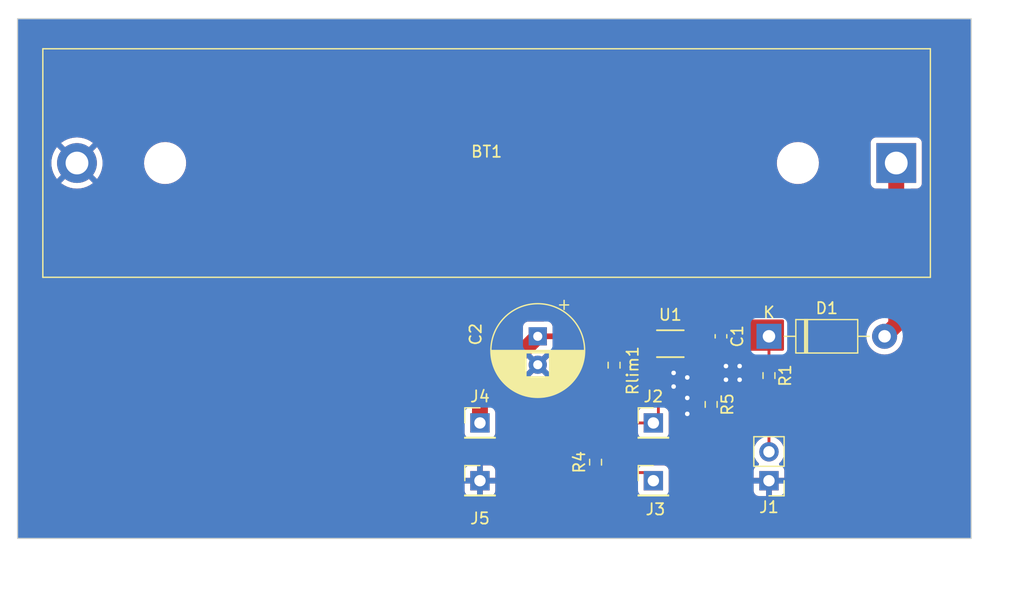
<source format=kicad_pcb>
(kicad_pcb (version 20221018) (generator pcbnew)
  (layers (0 "F.Cu" signal) (31 "B.Cu" signal) (34 "B.Paste" user) (35 "F.Paste" user) (36 "B.SilkS" user "B.Silkscreen") (37 "F.SilkS" user "F.Silkscreen") (38 "B.Mask" user) (39 "F.Mask" user) (44 "Edge.Cuts" user))
  (net 0 "")
  (net 1 "Net-(BT1-+)")
  (net 2 "Net-(D1-K)")
  (net 3 "Net-(J4-Pin_1)")
  (net 4 "GND")
  (net 5 "Net-(J1-Pin_2)")
  (net 6 "Net-(J2-Pin_1)")
  (net 7 "Net-(J3-Pin_1)")
  (net 8 "Net-(U1-EN)")
  (net 9 "Net-(U1-ILIM)")
  (footprint "Capacitor_THT:CP_Radial_D8.0mm_P2.50mm" (layer "F.Cu") (at 149.86 93.98 -90)
    (fp_text reference "C2" (at -0.18 5.46 -90) (layer "F.SilkS"))
    (fp_text value "22 uf")
    (fp_line (start -3.159698 -2.315) (end -2.359698 -2.315) (stroke (width 0.12)) (layer "F.SilkS"))
    (fp_line (start -2.759698 -2.715) (end -2.759698 -1.915) (stroke (width 0.12)) (layer "F.SilkS"))
    (fp_line (start 1.25 -4.08) (end 1.25 4.08) (stroke (width 0.12)) (layer "F.SilkS"))
    (fp_line (start 1.29 -4.08) (end 1.29 4.08) (stroke (width 0.12)) (layer "F.SilkS"))
    (fp_line (start 1.33 -4.08) (end 1.33 4.08) (stroke (width 0.12)) (layer "F.SilkS"))
    (fp_line (start 1.37 -4.079) (end 1.37 4.079) (stroke (width 0.12)) (layer "F.SilkS"))
    (fp_line (start 1.41 -4.077) (end 1.41 4.077) (stroke (width 0.12)) (layer "F.SilkS"))
    (fp_line (start 1.45 -4.076) (end 1.45 4.076) (stroke (width 0.12)) (layer "F.SilkS"))
    (fp_line (start 1.49 -4.074) (end 1.49 -1.04) (stroke (width 0.12)) (layer "F.SilkS"))
    (fp_line (start 1.49 1.04) (end 1.49 4.074) (stroke (width 0.12)) (layer "F.SilkS"))
    (fp_line (start 1.53 -4.071) (end 1.53 -1.04) (stroke (width 0.12)) (layer "F.SilkS"))
    (fp_line (start 1.53 1.04) (end 1.53 4.071) (stroke (width 0.12)) (layer "F.SilkS"))
    (fp_line (start 1.57 -4.068) (end 1.57 -1.04) (stroke (width 0.12)) (layer "F.SilkS"))
    (fp_line (start 1.57 1.04) (end 1.57 4.068) (stroke (width 0.12)) (layer "F.SilkS"))
    (fp_line (start 1.61 -4.065) (end 1.61 -1.04) (stroke (width 0.12)) (layer "F.SilkS"))
    (fp_line (start 1.61 1.04) (end 1.61 4.065) (stroke (width 0.12)) (layer "F.SilkS"))
    (fp_line (start 1.65 -4.061) (end 1.65 -1.04) (stroke (width 0.12)) (layer "F.SilkS"))
    (fp_line (start 1.65 1.04) (end 1.65 4.061) (stroke (width 0.12)) (layer "F.SilkS"))
    (fp_line (start 1.69 -4.057) (end 1.69 -1.04) (stroke (width 0.12)) (layer "F.SilkS"))
    (fp_line (start 1.69 1.04) (end 1.69 4.057) (stroke (width 0.12)) (layer "F.SilkS"))
    (fp_line (start 1.73 -4.052) (end 1.73 -1.04) (stroke (width 0.12)) (layer "F.SilkS"))
    (fp_line (start 1.73 1.04) (end 1.73 4.052) (stroke (width 0.12)) (layer "F.SilkS"))
    (fp_line (start 1.77 -4.048) (end 1.77 -1.04) (stroke (width 0.12)) (layer "F.SilkS"))
    (fp_line (start 1.77 1.04) (end 1.77 4.048) (stroke (width 0.12)) (layer "F.SilkS"))
    (fp_line (start 1.81 -4.042) (end 1.81 -1.04) (stroke (width 0.12)) (layer "F.SilkS"))
    (fp_line (start 1.81 1.04) (end 1.81 4.042) (stroke (width 0.12)) (layer "F.SilkS"))
    (fp_line (start 1.85 -4.037) (end 1.85 -1.04) (stroke (width 0.12)) (layer "F.SilkS"))
    (fp_line (start 1.85 1.04) (end 1.85 4.037) (stroke (width 0.12)) (layer "F.SilkS"))
    (fp_line (start 1.89 -4.03) (end 1.89 -1.04) (stroke (width 0.12)) (layer "F.SilkS"))
    (fp_line (start 1.89 1.04) (end 1.89 4.03) (stroke (width 0.12)) (layer "F.SilkS"))
    (fp_line (start 1.93 -4.024) (end 1.93 -1.04) (stroke (width 0.12)) (layer "F.SilkS"))
    (fp_line (start 1.93 1.04) (end 1.93 4.024) (stroke (width 0.12)) (layer "F.SilkS"))
    (fp_line (start 1.971 -4.017) (end 1.971 -1.04) (stroke (width 0.12)) (layer "F.SilkS"))
    (fp_line (start 1.971 1.04) (end 1.971 4.017) (stroke (width 0.12)) (layer "F.SilkS"))
    (fp_line (start 2.011 -4.01) (end 2.011 -1.04) (stroke (width 0.12)) (layer "F.SilkS"))
    (fp_line (start 2.011 1.04) (end 2.011 4.01) (stroke (width 0.12)) (layer "F.SilkS"))
    (fp_line (start 2.051 -4.002) (end 2.051 -1.04) (stroke (width 0.12)) (layer "F.SilkS"))
    (fp_line (start 2.051 1.04) (end 2.051 4.002) (stroke (width 0.12)) (layer "F.SilkS"))
    (fp_line (start 2.091 -3.994) (end 2.091 -1.04) (stroke (width 0.12)) (layer "F.SilkS"))
    (fp_line (start 2.091 1.04) (end 2.091 3.994) (stroke (width 0.12)) (layer "F.SilkS"))
    (fp_line (start 2.131 -3.985) (end 2.131 -1.04) (stroke (width 0.12)) (layer "F.SilkS"))
    (fp_line (start 2.131 1.04) (end 2.131 3.985) (stroke (width 0.12)) (layer "F.SilkS"))
    (fp_line (start 2.171 -3.976) (end 2.171 -1.04) (stroke (width 0.12)) (layer "F.SilkS"))
    (fp_line (start 2.171 1.04) (end 2.171 3.976) (stroke (width 0.12)) (layer "F.SilkS"))
    (fp_line (start 2.211 -3.967) (end 2.211 -1.04) (stroke (width 0.12)) (layer "F.SilkS"))
    (fp_line (start 2.211 1.04) (end 2.211 3.967) (stroke (width 0.12)) (layer "F.SilkS"))
    (fp_line (start 2.251 -3.957) (end 2.251 -1.04) (stroke (width 0.12)) (layer "F.SilkS"))
    (fp_line (start 2.251 1.04) (end 2.251 3.957) (stroke (width 0.12)) (layer "F.SilkS"))
    (fp_line (start 2.291 -3.947) (end 2.291 -1.04) (stroke (width 0.12)) (layer "F.SilkS"))
    (fp_line (start 2.291 1.04) (end 2.291 3.947) (stroke (width 0.12)) (layer "F.SilkS"))
    (fp_line (start 2.331 -3.936) (end 2.331 -1.04) (stroke (width 0.12)) (layer "F.SilkS"))
    (fp_line (start 2.331 1.04) (end 2.331 3.936) (stroke (width 0.12)) (layer "F.SilkS"))
    (fp_line (start 2.371 -3.925) (end 2.371 -1.04) (stroke (width 0.12)) (layer "F.SilkS"))
    (fp_line (start 2.371 1.04) (end 2.371 3.925) (stroke (width 0.12)) (layer "F.SilkS"))
    (fp_line (start 2.411 -3.914) (end 2.411 -1.04) (stroke (width 0.12)) (layer "F.SilkS"))
    (fp_line (start 2.411 1.04) (end 2.411 3.914) (stroke (width 0.12)) (layer "F.SilkS"))
    (fp_line (start 2.451 -3.902) (end 2.451 -1.04) (stroke (width 0.12)) (layer "F.SilkS"))
    (fp_line (start 2.451 1.04) (end 2.451 3.902) (stroke (width 0.12)) (layer "F.SilkS"))
    (fp_line (start 2.491 -3.889) (end 2.491 -1.04) (stroke (width 0.12)) (layer "F.SilkS"))
    (fp_line (start 2.491 1.04) (end 2.491 3.889) (stroke (width 0.12)) (layer "F.SilkS"))
    (fp_line (start 2.531 -3.877) (end 2.531 -1.04) (stroke (width 0.12)) (layer "F.SilkS"))
    (fp_line (start 2.531 1.04) (end 2.531 3.877) (stroke (width 0.12)) (layer "F.SilkS"))
    (fp_line (start 2.571 -3.863) (end 2.571 -1.04) (stroke (width 0.12)) (layer "F.SilkS"))
    (fp_line (start 2.571 1.04) (end 2.571 3.863) (stroke (width 0.12)) (layer "F.SilkS"))
    (fp_line (start 2.611 -3.85) (end 2.611 -1.04) (stroke (width 0.12)) (layer "F.SilkS"))
    (fp_line (start 2.611 1.04) (end 2.611 3.85) (stroke (width 0.12)) (layer "F.SilkS"))
    (fp_line (start 2.651 -3.835) (end 2.651 -1.04) (stroke (width 0.12)) (layer "F.SilkS"))
    (fp_line (start 2.651 1.04) (end 2.651 3.835) (stroke (width 0.12)) (layer "F.SilkS"))
    (fp_line (start 2.691 -3.821) (end 2.691 -1.04) (stroke (width 0.12)) (layer "F.SilkS"))
    (fp_line (start 2.691 1.04) (end 2.691 3.821) (stroke (width 0.12)) (layer "F.SilkS"))
    (fp_line (start 2.731 -3.805) (end 2.731 -1.04) (stroke (width 0.12)) (layer "F.SilkS"))
    (fp_line (start 2.731 1.04) (end 2.731 3.805) (stroke (width 0.12)) (layer "F.SilkS"))
    (fp_line (start 2.771 -3.79) (end 2.771 -1.04) (stroke (width 0.12)) (layer "F.SilkS"))
    (fp_line (start 2.771 1.04) (end 2.771 3.79) (stroke (width 0.12)) (layer "F.SilkS"))
    (fp_line (start 2.811 -3.774) (end 2.811 -1.04) (stroke (width 0.12)) (layer "F.SilkS"))
    (fp_line (start 2.811 1.04) (end 2.811 3.774) (stroke (width 0.12)) (layer "F.SilkS"))
    (fp_line (start 2.851 -3.757) (end 2.851 -1.04) (stroke (width 0.12)) (layer "F.SilkS"))
    (fp_line (start 2.851 1.04) (end 2.851 3.757) (stroke (width 0.12)) (layer "F.SilkS"))
    (fp_line (start 2.891 -3.74) (end 2.891 -1.04) (stroke (width 0.12)) (layer "F.SilkS"))
    (fp_line (start 2.891 1.04) (end 2.891 3.74) (stroke (width 0.12)) (layer "F.SilkS"))
    (fp_line (start 2.931 -3.722) (end 2.931 -1.04) (stroke (width 0.12)) (layer "F.SilkS"))
    (fp_line (start 2.931 1.04) (end 2.931 3.722) (stroke (width 0.12)) (layer "F.SilkS"))
    (fp_line (start 2.971 -3.704) (end 2.971 -1.04) (stroke (width 0.12)) (layer "F.SilkS"))
    (fp_line (start 2.971 1.04) (end 2.971 3.704) (stroke (width 0.12)) (layer "F.SilkS"))
    (fp_line (start 3.011 -3.686) (end 3.011 -1.04) (stroke (width 0.12)) (layer "F.SilkS"))
    (fp_line (start 3.011 1.04) (end 3.011 3.686) (stroke (width 0.12)) (layer "F.SilkS"))
    (fp_line (start 3.051 -3.666) (end 3.051 -1.04) (stroke (width 0.12)) (layer "F.SilkS"))
    (fp_line (start 3.051 1.04) (end 3.051 3.666) (stroke (width 0.12)) (layer "F.SilkS"))
    (fp_line (start 3.091 -3.647) (end 3.091 -1.04) (stroke (width 0.12)) (layer "F.SilkS"))
    (fp_line (start 3.091 1.04) (end 3.091 3.647) (stroke (width 0.12)) (layer "F.SilkS"))
    (fp_line (start 3.131 -3.627) (end 3.131 -1.04) (stroke (width 0.12)) (layer "F.SilkS"))
    (fp_line (start 3.131 1.04) (end 3.131 3.627) (stroke (width 0.12)) (layer "F.SilkS"))
    (fp_line (start 3.171 -3.606) (end 3.171 -1.04) (stroke (width 0.12)) (layer "F.SilkS"))
    (fp_line (start 3.171 1.04) (end 3.171 3.606) (stroke (width 0.12)) (layer "F.SilkS"))
    (fp_line (start 3.211 -3.584) (end 3.211 -1.04) (stroke (width 0.12)) (layer "F.SilkS"))
    (fp_line (start 3.211 1.04) (end 3.211 3.584) (stroke (width 0.12)) (layer "F.SilkS"))
    (fp_line (start 3.251 -3.562) (end 3.251 -1.04) (stroke (width 0.12)) (layer "F.SilkS"))
    (fp_line (start 3.251 1.04) (end 3.251 3.562) (stroke (width 0.12)) (layer "F.SilkS"))
    (fp_line (start 3.291 -3.54) (end 3.291 -1.04) (stroke (width 0.12)) (layer "F.SilkS"))
    (fp_line (start 3.291 1.04) (end 3.291 3.54) (stroke (width 0.12)) (layer "F.SilkS"))
    (fp_line (start 3.331 -3.517) (end 3.331 -1.04) (stroke (width 0.12)) (layer "F.SilkS"))
    (fp_line (start 3.331 1.04) (end 3.331 3.517) (stroke (width 0.12)) (layer "F.SilkS"))
    (fp_line (start 3.371 -3.493) (end 3.371 -1.04) (stroke (width 0.12)) (layer "F.SilkS"))
    (fp_line (start 3.371 1.04) (end 3.371 3.493) (stroke (width 0.12)) (layer "F.SilkS"))
    (fp_line (start 3.411 -3.469) (end 3.411 -1.04) (stroke (width 0.12)) (layer "F.SilkS"))
    (fp_line (start 3.411 1.04) (end 3.411 3.469) (stroke (width 0.12)) (layer "F.SilkS"))
    (fp_line (start 3.451 -3.444) (end 3.451 -1.04) (stroke (width 0.12)) (layer "F.SilkS"))
    (fp_line (start 3.451 1.04) (end 3.451 3.444) (stroke (width 0.12)) (layer "F.SilkS"))
    (fp_line (start 3.491 -3.418) (end 3.491 -1.04) (stroke (width 0.12)) (layer "F.SilkS"))
    (fp_line (start 3.491 1.04) (end 3.491 3.418) (stroke (width 0.12)) (layer "F.SilkS"))
    (fp_line (start 3.531 -3.392) (end 3.531 -1.04) (stroke (width 0.12)) (layer "F.SilkS"))
    (fp_line (start 3.531 1.04) (end 3.531 3.392) (stroke (width 0.12)) (layer "F.SilkS"))
    (fp_line (start 3.571 -3.365) (end 3.571 3.365) (stroke (width 0.12)) (layer "F.SilkS"))
    (fp_line (start 3.611 -3.338) (end 3.611 3.338) (stroke (width 0.12)) (layer "F.SilkS"))
    (fp_line (start 3.651 -3.309) (end 3.651 3.309) (stroke (width 0.12)) (layer "F.SilkS"))
    (fp_line (start 3.691 -3.28) (end 3.691 3.28) (stroke (width 0.12)) (layer "F.SilkS"))
    (fp_line (start 3.731 -3.25) (end 3.731 3.25) (stroke (width 0.12)) (layer "F.SilkS"))
    (fp_line (start 3.771 -3.22) (end 3.771 3.22) (stroke (width 0.12)) (layer "F.SilkS"))
    (fp_line (start 3.811 -3.189) (end 3.811 3.189) (stroke (width 0.12)) (layer "F.SilkS"))
    (fp_line (start 3.851 -3.156) (end 3.851 3.156) (stroke (width 0.12)) (layer "F.SilkS"))
    (fp_line (start 3.891 -3.124) (end 3.891 3.124) (stroke (width 0.12)) (layer "F.SilkS"))
    (fp_line (start 3.931 -3.09) (end 3.931 3.09) (stroke (width 0.12)) (layer "F.SilkS"))
    (fp_line (start 3.971 -3.055) (end 3.971 3.055) (stroke (width 0.12)) (layer "F.SilkS"))
    (fp_line (start 4.011 -3.019) (end 4.011 3.019) (stroke (width 0.12)) (layer "F.SilkS"))
    (fp_line (start 4.051 -2.983) (end 4.051 2.983) (stroke (width 0.12)) (layer "F.SilkS"))
    (fp_line (start 4.091 -2.945) (end 4.091 2.945) (stroke (width 0.12)) (layer "F.SilkS"))
    (fp_line (start 4.131 -2.907) (end 4.131 2.907) (stroke (width 0.12)) (layer "F.SilkS"))
    (fp_line (start 4.171 -2.867) (end 4.171 2.867) (stroke (width 0.12)) (layer "F.SilkS"))
    (fp_line (start 4.211 -2.826) (end 4.211 2.826) (stroke (width 0.12)) (layer "F.SilkS"))
    (fp_line (start 4.251 -2.784) (end 4.251 2.784) (stroke (width 0.12)) (layer "F.SilkS"))
    (fp_line (start 4.291 -2.741) (end 4.291 2.741) (stroke (width 0.12)) (layer "F.SilkS"))
    (fp_line (start 4.331 -2.697) (end 4.331 2.697) (stroke (width 0.12)) (layer "F.SilkS"))
    (fp_line (start 4.371 -2.651) (end 4.371 2.651) (stroke (width 0.12)) (layer "F.SilkS"))
    (fp_line (start 4.411 -2.604) (end 4.411 2.604) (stroke (width 0.12)) (layer "F.SilkS"))
    (fp_line (start 4.451 -2.556) (end 4.451 2.556) (stroke (width 0.12)) (layer "F.SilkS"))
    (fp_line (start 4.491 -2.505) (end 4.491 2.505) (stroke (width 0.12)) (layer "F.SilkS"))
    (fp_line (start 4.531 -2.454) (end 4.531 2.454) (stroke (width 0.12)) (layer "F.SilkS"))
    (fp_line (start 4.571 -2.4) (end 4.571 2.4) (stroke (width 0.12)) (layer "F.SilkS"))
    (fp_line (start 4.611 -2.345) (end 4.611 2.345) (stroke (width 0.12)) (layer "F.SilkS"))
    (fp_line (start 4.651 -2.287) (end 4.651 2.287) (stroke (width 0.12)) (layer "F.SilkS"))
    (fp_line (start 4.691 -2.228) (end 4.691 2.228) (stroke (width 0.12)) (layer "F.SilkS"))
    (fp_line (start 4.731 -2.166) (end 4.731 2.166) (stroke (width 0.12)) (layer "F.SilkS"))
    (fp_line (start 4.771 -2.102) (end 4.771 2.102) (stroke (width 0.12)) (layer "F.SilkS"))
    (fp_line (start 4.811 -2.034) (end 4.811 2.034) (stroke (width 0.12)) (layer "F.SilkS"))
    (fp_line (start 4.851 -1.964) (end 4.851 1.964) (stroke (width 0.12)) (layer "F.SilkS"))
    (fp_line (start 4.891 -1.89) (end 4.891 1.89) (stroke (width 0.12)) (layer "F.SilkS"))
    (fp_line (start 4.931 -1.813) (end 4.931 1.813) (stroke (width 0.12)) (layer "F.SilkS"))
    (fp_line (start 4.971 -1.731) (end 4.971 1.731) (stroke (width 0.12)) (layer "F.SilkS"))
    (fp_line (start 5.011 -1.645) (end 5.011 1.645) (stroke (width 0.12)) (layer "F.SilkS"))
    (fp_line (start 5.051 -1.552) (end 5.051 1.552) (stroke (width 0.12)) (layer "F.SilkS"))
    (fp_line (start 5.091 -1.453) (end 5.091 1.453) (stroke (width 0.12)) (layer "F.SilkS"))
    (fp_line (start 5.131 -1.346) (end 5.131 1.346) (stroke (width 0.12)) (layer "F.SilkS"))
    (fp_line (start 5.171 -1.229) (end 5.171 1.229) (stroke (width 0.12)) (layer "F.SilkS"))
    (fp_line (start 5.211 -1.098) (end 5.211 1.098) (stroke (width 0.12)) (layer "F.SilkS"))
    (fp_line (start 5.251 -0.948) (end 5.251 0.948) (stroke (width 0.12)) (layer "F.SilkS"))
    (fp_line (start 5.291 -0.768) (end 5.291 0.768) (stroke (width 0.12)) (layer "F.SilkS"))
    (fp_line (start 5.331 -0.533) (end 5.331 0.533) (stroke (width 0.12)) (layer "F.SilkS"))
    (fp_circle (center 1.25 0) (end 5.37 0) (stroke (width 0.12)) (fill none) (layer "F.SilkS"))
    (pad "1" thru_hole rect (at 0 0 270) (size 1.6 1.6) (drill 0.8) (layers "*.Cu" "*.Mask") (net 3 "Net-(J4-Pin_1)"))
    (pad "2" thru_hole circle (at 2.5 0 270) (size 1.6 1.6) (drill 0.8) (layers "*.Cu" "*.Mask") (net 4 "GND"))
  )
  (footprint "tps25200:DRV6_1X1P6_TEX" (layer "F.Cu") (at 161.51 94.629999)
    (fp_text reference "U1" (at 0 -2.54 unlocked) (layer "F.SilkS"))
    (fp_text value "TPS25200DRVR")
    (fp_line (start -1.1811 1.1811) (end 1.1811 1.1811) (stroke (width 0.1524)) (layer "F.SilkS"))
    (fp_line (start 1.1811 -1.1811) (end -1.1811 -1.1811) (stroke (width 0.1524)) (layer "F.SilkS"))
    (pad "1" smd rect (at -1.05 -0.649999) (size 0.7 0.3) (layers "F.Cu" "F.Paste" "F.Mask") (net 3 "Net-(J4-Pin_1)"))
    (pad "2" smd rect (at -1.05 0) (size 0.7 0.3) (layers "F.Cu" "F.Paste" "F.Mask") (net 9 "Net-(U1-ILIM)"))
    (pad "3" smd rect (at -1.05 0.649999) (size 0.7 0.3) (layers "F.Cu" "F.Paste" "F.Mask") (net 6 "Net-(J2-Pin_1)"))
    (pad "4" smd rect (at 1.05 0.649999) (size 0.7 0.3) (layers "F.Cu" "F.Paste" "F.Mask") (net 8 "Net-(U1-EN)"))
    (pad "5" smd rect (at 1.05 0) (size 0.7 0.3) (layers "F.Cu" "F.Paste" "F.Mask") (net 4 "GND"))
    (pad "6" smd rect (at 1.05 -0.649999) (size 0.7 0.3) (layers "F.Cu" "F.Paste" "F.Mask") (net 2 "Net-(D1-K)"))
    (pad "7" smd rect (at 0 0) (size 1.016 1.6002) (layers "F.Cu") (net 4 "GND"))
  )
  (footprint "Battery:BatteryHolder_MPD_BH-18650-PC2" (layer "F.Cu") (at 181.365 78.74 180)
    (fp_text reference "BT1" (at 36 1 180) (layer "F.SilkS"))
    (fp_text value "Battery_Cell")
    (fp_line (start -3 -10.05) (end 75 -10.05) (stroke (width 0.12)) (layer "F.SilkS"))
    (fp_line (start -3 10.05) (end -3 -10.05) (stroke (width 0.12)) (layer "F.SilkS"))
    (fp_line (start 75 -10.05) (end 75 10.05) (stroke (width 0.12)) (layer "F.SilkS"))
    (fp_line (start 75 10.05) (end -3 10.05) (stroke (width 0.12)) (layer "F.SilkS"))
    (pad "" np_thru_hole circle (at 8.645 0 180) (size 3.2 3.2) (drill 3.2) (layers "*.Cu" "*.Mask"))
    (pad "" np_thru_hole circle (at 64.255 0 180) (size 3.2 3.2) (drill 3.2) (layers "*.Cu" "*.Mask"))
    (pad "1" thru_hole rect (at 0 0 180) (size 3.5 3.5) (drill 2) (layers "*.Cu" "*.Mask") (net 1 "Net-(BT1-+)"))
    (pad "2" thru_hole circle (at 72 0 180) (size 3.5 3.5) (drill 2) (layers "*.Cu" "*.Mask") (net 4 "GND"))
  )
  (footprint "Capacitor_SMD:C_0603_1608Metric_Pad1.08x0.95mm_HandSolder" (layer "F.Cu") (at 165.9625 93.98 -90)
    (fp_text reference "C1" (at 0 -1.43 -90) (layer "F.SilkS"))
    (fp_text value "0.1 uf")
    (fp_line (start -0.146267 -0.51) (end 0.146267 -0.51) (stroke (width 0.12)) (layer "F.SilkS"))
    (fp_line (start -0.146267 0.51) (end 0.146267 0.51) (stroke (width 0.12)) (layer "F.SilkS"))
    (pad "1" smd roundrect (at -0.8625 0 270) (size 1.075 0.95) (layers "F.Cu" "F.Paste" "F.Mask") (net 2 "Net-(D1-K)"))
    (pad "2" smd roundrect (at 0.8625 0 270) (size 1.075 0.95) (layers "F.Cu" "F.Paste" "F.Mask") (net 4 "GND"))
  )
  (footprint "Resistor_SMD:R_0603_1608Metric_Pad0.98x0.95mm_HandSolder" (layer "F.Cu") (at 154.94 105.0525 90)
    (fp_text reference "R4" (at 0 -1.43 90) (layer "F.SilkS"))
    (fp_text value "30k ohm")
    (fp_line (start -0.254724 -0.5225) (end 0.254724 -0.5225) (stroke (width 0.12)) (layer "F.SilkS"))
    (fp_line (start -0.254724 0.5225) (end 0.254724 0.5225) (stroke (width 0.12)) (layer "F.SilkS"))
    (pad "1" smd roundrect (at -0.9125 0 90) (size 0.975 0.95) (layers "F.Cu" "F.Paste" "F.Mask") (net 7 "Net-(J3-Pin_1)"))
    (pad "2" smd roundrect (at 0.9125 0 90) (size 0.975 0.95) (layers "F.Cu" "F.Paste" "F.Mask") (net 6 "Net-(J2-Pin_1)"))
  )
  (footprint "Connector_PinHeader_2.54mm:PinHeader_1x01_P2.54mm_Vertical" (layer "F.Cu") (at 160.02 106.68)
    (fp_text reference "J3" (at 0.18 2.52) (layer "F.SilkS"))
    (fp_text value "Conn_01x01_Pin")
    (fp_line (start -1.33 -1.33) (end 0 -1.33) (stroke (width 0.12)) (layer "F.SilkS"))
    (fp_line (start -1.33 0) (end -1.33 -1.33) (stroke (width 0.12)) (layer "F.SilkS"))
    (fp_line (start -1.33 1.27) (end -1.33 1.33) (stroke (width 0.12)) (layer "F.SilkS"))
    (fp_line (start -1.33 1.27) (end 1.33 1.27) (stroke (width 0.12)) (layer "F.SilkS"))
    (fp_line (start -1.33 1.33) (end 1.33 1.33) (stroke (width 0.12)) (layer "F.SilkS"))
    (fp_line (start 1.33 1.27) (end 1.33 1.33) (stroke (width 0.12)) (layer "F.SilkS"))
    (pad "1" thru_hole rect (at 0 0) (size 1.7 1.7) (drill 1) (layers "*.Cu" "*.Mask") (net 7 "Net-(J3-Pin_1)"))
  )
  (footprint "Resistor_SMD:R_0603_1608Metric_Pad0.98x0.95mm_HandSolder" (layer "F.Cu") (at 156.5675 96.52 90)
    (fp_text reference "Rlim1" (at -0.48 1.6325 90) (layer "F.SilkS"))
    (fp_text value "80K ohm(set Ilim to 1.2A)")
    (fp_line (start -0.254724 -0.5225) (end 0.254724 -0.5225) (stroke (width 0.12)) (layer "F.SilkS"))
    (fp_line (start -0.254724 0.5225) (end 0.254724 0.5225) (stroke (width 0.12)) (layer "F.SilkS"))
    (pad "1" smd roundrect (at -0.9125 0 90) (size 0.975 0.95) (layers "F.Cu" "F.Paste" "F.Mask") (net 4 "GND"))
    (pad "2" smd roundrect (at 0.9125 0 90) (size 0.975 0.95) (layers "F.Cu" "F.Paste" "F.Mask") (net 9 "Net-(U1-ILIM)"))
  )
  (footprint "Connector_PinHeader_2.54mm:PinHeader_1x02_P2.54mm_Vertical" (layer "F.Cu") (at 170.18 106.68 180)
    (fp_text reference "J1" (at 0 -2.33 180) (layer "F.SilkS"))
    (fp_text value "Conn_01x02_Pin")
    (fp_line (start -1.33 -1.33) (end 0 -1.33) (stroke (width 0.12)) (layer "F.SilkS"))
    (fp_line (start -1.33 0) (end -1.33 -1.33) (stroke (width 0.12)) (layer "F.SilkS"))
    (fp_line (start -1.33 1.27) (end -1.33 3.87) (stroke (width 0.12)) (layer "F.SilkS"))
    (fp_line (start -1.33 1.27) (end 1.33 1.27) (stroke (width 0.12)) (layer "F.SilkS"))
    (fp_line (start -1.33 3.87) (end 1.33 3.87) (stroke (width 0.12)) (layer "F.SilkS"))
    (fp_line (start 1.33 1.27) (end 1.33 3.87) (stroke (width 0.12)) (layer "F.SilkS"))
    (pad "1" thru_hole rect (at 0 0 180) (size 1.7 1.7) (drill 1) (layers "*.Cu" "*.Mask") (net 4 "GND"))
    (pad "2" thru_hole oval (at 0 2.54 180) (size 1.7 1.7) (drill 1) (layers "*.Cu" "*.Mask") (net 5 "Net-(J1-Pin_2)"))
  )
  (footprint "Resistor_SMD:R_0603_1608Metric_Pad0.98x0.95mm_HandSolder" (layer "F.Cu") (at 165.1 99.9725 -90)
    (fp_text reference "R5" (at 0 -1.43 -90) (layer "F.SilkS"))
    (fp_text value "10k ohm")
    (fp_line (start -0.254724 -0.5225) (end 0.254724 -0.5225) (stroke (width 0.12)) (layer "F.SilkS"))
    (fp_line (start -0.254724 0.5225) (end 0.254724 0.5225) (stroke (width 0.12)) (layer "F.SilkS"))
    (pad "1" smd roundrect (at -0.9125 0 270) (size 0.975 0.95) (layers "F.Cu" "F.Paste" "F.Mask") (net 8 "Net-(U1-EN)"))
    (pad "2" smd roundrect (at 0.9125 0 270) (size 0.975 0.95) (layers "F.Cu" "F.Paste" "F.Mask") (net 5 "Net-(J1-Pin_2)"))
  )
  (footprint "Connector_PinHeader_2.54mm:PinHeader_1x01_P2.54mm_Vertical" (layer "F.Cu") (at 144.78 101.6)
    (fp_text reference "J4" (at 0 -2.33) (layer "F.SilkS"))
    (fp_text value "Conn_01x01_Pin")
    (fp_line (start -1.33 -1.33) (end 0 -1.33) (stroke (width 0.12)) (layer "F.SilkS"))
    (fp_line (start -1.33 0) (end -1.33 -1.33) (stroke (width 0.12)) (layer "F.SilkS"))
    (fp_line (start -1.33 1.27) (end -1.33 1.33) (stroke (width 0.12)) (layer "F.SilkS"))
    (fp_line (start -1.33 1.27) (end 1.33 1.27) (stroke (width 0.12)) (layer "F.SilkS"))
    (fp_line (start -1.33 1.33) (end 1.33 1.33) (stroke (width 0.12)) (layer "F.SilkS"))
    (fp_line (start 1.33 1.27) (end 1.33 1.33) (stroke (width 0.12)) (layer "F.SilkS"))
    (pad "1" thru_hole rect (at 0 0) (size 1.7 1.7) (drill 1) (layers "*.Cu" "*.Mask") (net 3 "Net-(J4-Pin_1)"))
  )
  (footprint "Connector_PinHeader_2.54mm:PinHeader_1x01_P2.54mm_Vertical" (layer "F.Cu") (at 144.78 106.68)
    (fp_text reference "J5" (at 0 3.32) (layer "F.SilkS"))
    (fp_text value "Conn_01x01_Pin")
    (fp_line (start -1.33 -1.33) (end 0 -1.33) (stroke (width 0.12)) (layer "F.SilkS"))
    (fp_line (start -1.33 0) (end -1.33 -1.33) (stroke (width 0.12)) (layer "F.SilkS"))
    (fp_line (start -1.33 1.27) (end -1.33 1.33) (stroke (width 0.12)) (layer "F.SilkS"))
    (fp_line (start -1.33 1.27) (end 1.33 1.27) (stroke (width 0.12)) (layer "F.SilkS"))
    (fp_line (start -1.33 1.33) (end 1.33 1.33) (stroke (width 0.12)) (layer "F.SilkS"))
    (fp_line (start 1.33 1.27) (end 1.33 1.33) (stroke (width 0.12)) (layer "F.SilkS"))
    (pad "1" thru_hole rect (at 0 0) (size 1.7 1.7) (drill 1) (layers "*.Cu" "*.Mask") (net 4 "GND"))
  )
  (footprint "Diode_THT:D_DO-41_SOD81_P10.16mm_Horizontal" (layer "F.Cu") (at 170.18 93.98)
    (fp_text reference "D1" (at 5.08 -2.47) (layer "F.SilkS"))
    (fp_text value "1N5819")
    (fp_text user "K" (at 0 -2.1) (layer "F.SilkS"))
    (fp_line (start 1.34 0) (end 2.36 0) (stroke (width 0.12)) (layer "F.SilkS"))
    (fp_line (start 2.36 -1.47) (end 2.36 1.47) (stroke (width 0.12)) (layer "F.SilkS"))
    (fp_line (start 2.36 1.47) (end 7.8 1.47) (stroke (width 0.12)) (layer "F.SilkS"))
    (fp_line (start 3.14 -1.47) (end 3.14 1.47) (stroke (width 0.12)) (layer "F.SilkS"))
    (fp_line (start 3.26 -1.47) (end 3.26 1.47) (stroke (width 0.12)) (layer "F.SilkS"))
    (fp_line (start 3.38 -1.47) (end 3.38 1.47) (stroke (width 0.12)) (layer "F.SilkS"))
    (fp_line (start 7.8 -1.47) (end 2.36 -1.47) (stroke (width 0.12)) (layer "F.SilkS"))
    (fp_line (start 7.8 1.47) (end 7.8 -1.47) (stroke (width 0.12)) (layer "F.SilkS"))
    (fp_line (start 8.82 0) (end 7.8 0) (stroke (width 0.12)) (layer "F.SilkS"))
    (pad "1" thru_hole rect (at 0 0) (size 2.2 2.2) (drill 1.1) (layers "*.Cu" "*.Mask") (net 2 "Net-(D1-K)"))
    (pad "2" thru_hole oval (at 10.16 0) (size 2.2 2.2) (drill 1.1) (layers "*.Cu" "*.Mask") (net 1 "Net-(BT1-+)"))
  )
  (footprint "Resistor_SMD:R_0603_1608Metric_Pad0.98x0.95mm_HandSolder" (layer "F.Cu") (at 170.18 97.4325 -90)
    (fp_text reference "R1" (at 0 -1.43 -90) (layer "F.SilkS"))
    (fp_text value "10k ohm")
    (fp_line (start -0.254724 -0.5225) (end 0.254724 -0.5225) (stroke (width 0.12)) (layer "F.SilkS"))
    (fp_line (start -0.254724 0.5225) (end 0.254724 0.5225) (stroke (width 0.12)) (layer "F.SilkS"))
    (pad "1" smd roundrect (at -0.9125 0 270) (size 0.975 0.95) (layers "F.Cu" "F.Paste" "F.Mask") (net 2 "Net-(D1-K)"))
    (pad "2" smd roundrect (at 0.9125 0 270) (size 0.975 0.95) (layers "F.Cu" "F.Paste" "F.Mask") (net 5 "Net-(J1-Pin_2)"))
  )
  (footprint "Connector_PinHeader_2.54mm:PinHeader_1x01_P2.54mm_Vertical" (layer "F.Cu") (at 160.02 101.6)
    (fp_text reference "J2" (at 0 -2.33) (layer "F.SilkS"))
    (fp_text value "Conn_01x01_Pin")
    (fp_line (start -1.33 -1.33) (end 0 -1.33) (stroke (width 0.12)) (layer "F.SilkS"))
    (fp_line (start -1.33 0) (end -1.33 -1.33) (stroke (width 0.12)) (layer "F.SilkS"))
    (fp_line (start -1.33 1.27) (end -1.33 1.33) (stroke (width 0.12)) (layer "F.SilkS"))
    (fp_line (start -1.33 1.27) (end 1.33 1.27) (stroke (width 0.12)) (layer "F.SilkS"))
    (fp_line (start -1.33 1.33) (end 1.33 1.33) (stroke (width 0.12)) (layer "F.SilkS"))
    (fp_line (start 1.33 1.27) (end 1.33 1.33) (stroke (width 0.12)) (layer "F.SilkS"))
    (pad "1" thru_hole rect (at 0 0) (size 1.7 1.7) (drill 1) (layers "*.Cu" "*.Mask") (net 6 "Net-(J2-Pin_1)"))
  )
  (gr_rect (start 104.14 66.04) (end 187.96 111.76) (stroke (width 0.1)) (fill none) (layer "Edge.Cuts"))
  (segment (start 181.365 78.74) (end 181.365 92.955) (width 1.4) (layer "F.Cu") (net 1))
  (segment (start 181.365 92.955) (end 180.34 93.98) (width 1.4) (layer "F.Cu") (net 1))
  (segment (start 170.18 93.98) (end 170.18 96.52) (width 0.25) (layer "F.Cu") (net 2))
  (segment (start 169.3175 93.1175) (end 170.18 93.98) (width 0.25) (layer "F.Cu") (net 2))
  (segment (start 149.86 93.98) (end 144.78 99.06) (width 1.4) (layer "F.Cu") (net 3))
  (segment (start 144.78 99.06) (end 144.78 101.6) (width 1.4) (layer "F.Cu") (net 3))
  (segment (start 162.56 94.629999) (end 163.629999 94.629999) (width 0.25) (layer "F.Cu") (net 4))
  (segment (start 161.51 94.629999) (end 162.56 94.629999) (width 0.25) (layer "F.Cu") (net 4))
  (segment (start 163.629999 94.629999) (end 164.2 95.2) (width 0.25) (layer "F.Cu") (net 4))
  (segment (start 165.749999 94.629999) (end 165.9625 94.8425) (width 0.25) (layer "F.Cu") (net 4))
  (via (at 167.6 96.6) (size 0.8) (drill 0.4) (layers "F.Cu" "B.Cu") (net 4))
  (via (at 163 100.8) (size 0.8) (drill 0.4) (layers "F.Cu" "B.Cu") (net 4))
  (via (at 166.4 97.8) (size 0.8) (drill 0.4) (layers "F.Cu" "B.Cu") (net 4))
  (via (at 163 99.4) (size 0.8) (drill 0.4) (layers "F.Cu" "B.Cu") (net 4))
  (via (at 166.4 96.6) (size 0.8) (drill 0.4) (layers "F.Cu" "B.Cu") (net 4))
  (via (at 161.8 98.4) (size 0.8) (drill 0.4) (layers "F.Cu" "B.Cu") (net 4))
  (via (at 167.6 97.8) (size 0.8) (drill 0.4) (layers "F.Cu" "B.Cu") (net 4))
  (via (at 163 97.6) (size 0.8) (drill 0.4) (layers "F.Cu" "B.Cu") (net 4))
  (via (at 161.8 97.2) (size 0.8) (drill 0.4) (layers "F.Cu" "B.Cu") (net 4))
  (segment (start 165.1 100.885) (end 170.095 100.885) (width 0.25) (layer "F.Cu") (net 5))
  (segment (start 170.18 98.345) (end 170.18 100.8) (width 0.25) (layer "F.Cu") (net 5))
  (segment (start 170.18 100.8) (end 170.18 104.14) (width 0.25) (layer "F.Cu") (net 5))
  (segment (start 170.095 100.885) (end 170.18 100.8) (width 0.25) (layer "F.Cu") (net 5))
  (segment (start 157.48 101.6) (end 154.94 104.14) (width 0.25) (layer "F.Cu") (net 6))
  (segment (start 160.46 95.279998) (end 160.46 101.16) (width 0.25) (layer "F.Cu") (net 6))
  (segment (start 160.46 101.16) (end 160.02 101.6) (width 0.25) (layer "F.Cu") (net 6))
  (segment (start 160.02 101.6) (end 157.48 101.6) (width 0.25) (layer "F.Cu") (net 6))
  (segment (start 159.305 105.965) (end 160.02 106.68) (width 0.25) (layer "F.Cu") (net 7))
  (segment (start 154.94 105.965) (end 159.305 105.965) (width 0.25) (layer "F.Cu") (net 7))
  (segment (start 165.1 99.06) (end 165.1 97.819998) (width 0.25) (layer "F.Cu") (net 8))
  (segment (start 165.1 97.819998) (end 162.56 95.279998) (width 0.25) (layer "F.Cu") (net 8))
  (segment (start 157.545001 94.629999) (end 160.46 94.629999) (width 0.25) (layer "F.Cu") (net 9))
  (segment (start 156.5675 95.6075) (end 157.545001 94.629999) (width 0.25) (layer "F.Cu") (net 9))
  (zone (net 2) (net_name "Net-(D1-K)") (layer "F.Cu") (priority 2) (connect_pads yes (clearance 0.5)) (min_thickness 0.25) (fill yes (thermal_gap 0.5) (thermal_bridge_width 0.5))
    (polygon (pts (xy 162.25 94.25) (xy 162.25 92.5) (xy 171.5 92.5) (xy 171.5 95.25) (xy 168.5 95.25) (xy 167 93.75) (xy 164.5 93.75) (xy 164 94.25)))
  )
  (zone (net 3) (net_name "Net-(J4-Pin_1)") (layer "F.Cu") (priority 2) (connect_pads thru_hole_only (clearance 0.5)) (min_thickness 0.25) (fill yes (thermal_gap 0.5) (thermal_bridge_width 0.5))
    (polygon (pts (xy 148.8 92.6) (xy 160.8 92.6) (xy 160.8 94.2) (xy 155.8 94.2) (xy 155 95) (xy 148.8 95)))
  )
  (zone (net 4) (net_name "GND") (layers "F&B.Cu") (connect_pads thru_hole_only (clearance 0.5)) (min_thickness 0.25) (fill yes (thermal_gap 0.5) (thermal_bridge_width 0.5))
    (polygon (pts (xy 102.6 64.8) (xy 191.6 64.4) (xy 192.6 117.8) (xy 102.6 115.8)))
  )
)
</source>
